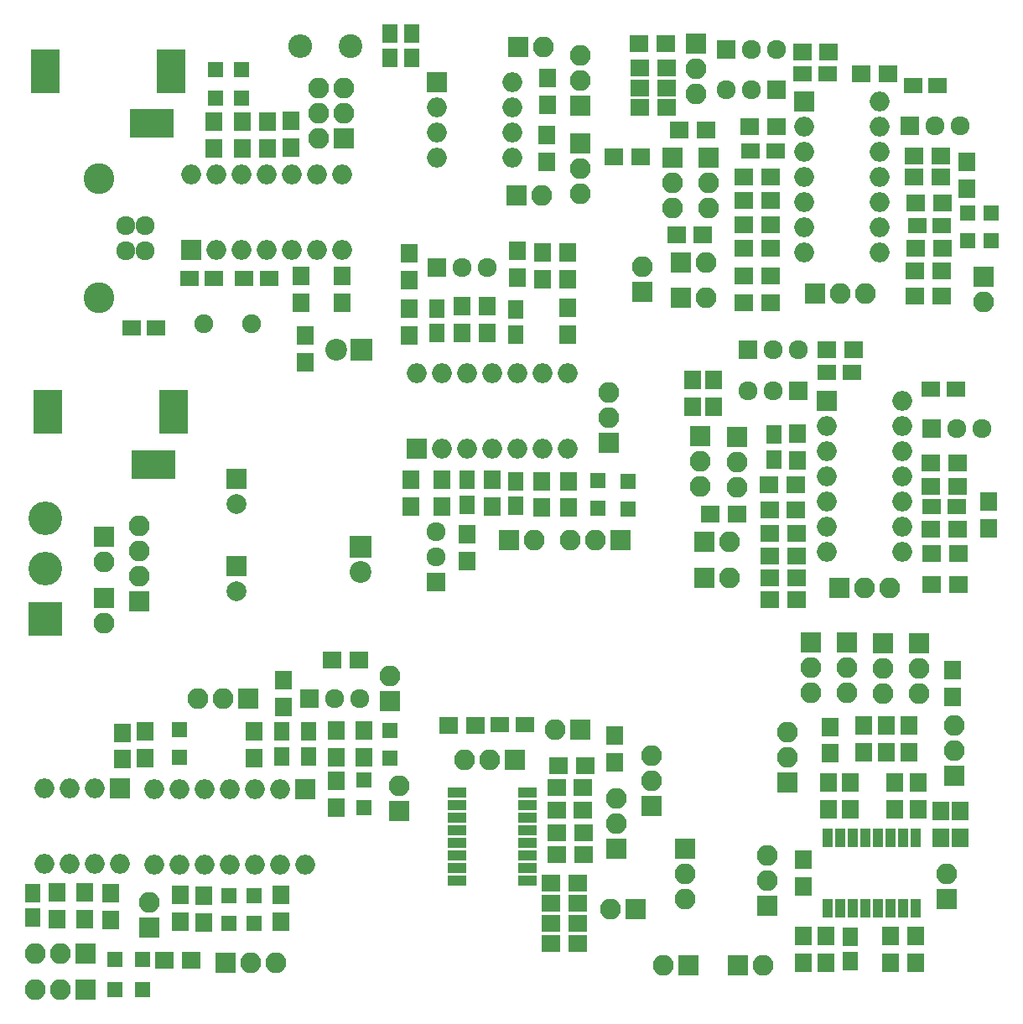
<source format=gts>
G04 #@! TF.GenerationSoftware,KiCad,Pcbnew,(5.0.0)*
G04 #@! TF.CreationDate,2018-10-21T00:29:04+08:00*
G04 #@! TF.ProjectId,SLMMK1,534C4D4D4B312E6B696361645F706362,rev?*
G04 #@! TF.SameCoordinates,Original*
G04 #@! TF.FileFunction,Soldermask,Top*
G04 #@! TF.FilePolarity,Negative*
%FSLAX46Y46*%
G04 Gerber Fmt 4.6, Leading zero omitted, Abs format (unit mm)*
G04 Created by KiCad (PCBNEW (5.0.0)) date 10/21/18 00:29:04*
%MOMM*%
%LPD*%
G01*
G04 APERTURE LIST*
%ADD10R,2.100000X2.100000*%
%ADD11O,2.100000X2.100000*%
%ADD12R,1.900000X1.700000*%
%ADD13C,2.400000*%
%ADD14O,2.400000X2.400000*%
%ADD15R,1.650000X1.900000*%
%ADD16R,1.900000X1.650000*%
%ADD17R,2.000000X2.000000*%
%ADD18C,2.000000*%
%ADD19R,1.500000X1.500000*%
%ADD20R,2.200000X2.200000*%
%ADD21C,2.200000*%
%ADD22C,1.920000*%
%ADD23C,3.100000*%
%ADD24R,2.900000X4.400000*%
%ADD25R,4.400000X2.900000*%
%ADD26R,3.400000X3.400000*%
%ADD27C,3.400000*%
%ADD28R,1.920000X1.920000*%
%ADD29R,1.700000X1.900000*%
%ADD30O,2.000000X2.000000*%
%ADD31R,1.900000X1.000000*%
%ADD32R,1.000000X1.900000*%
%ADD33C,1.900000*%
G04 APERTURE END LIST*
D10*
G04 #@! TO.C,J8*
X73900000Y-112640000D03*
D11*
X73900000Y-110100000D03*
G04 #@! TD*
D10*
G04 #@! TO.C,SW10*
X115500000Y-95600000D03*
D11*
X115500000Y-98140000D03*
X115500000Y-100680000D03*
G04 #@! TD*
D10*
G04 #@! TO.C,RV48*
X113100000Y-109740000D03*
D11*
X113100000Y-107200000D03*
X113100000Y-104660000D03*
G04 #@! TD*
D12*
G04 #@! TO.C,R75*
X127600000Y-79800000D03*
X130300000Y-79800000D03*
G04 #@! TD*
D13*
G04 #@! TO.C,L1*
X68980000Y-35400000D03*
D14*
X63900000Y-35400000D03*
G04 #@! TD*
D10*
G04 #@! TO.C,BT1*
X44100000Y-84900000D03*
D11*
X44100000Y-87440000D03*
G04 #@! TD*
D10*
G04 #@! TO.C,BT2*
X44100000Y-91100000D03*
D11*
X44100000Y-93640000D03*
G04 #@! TD*
D15*
G04 #@! TO.C,C1*
X62100000Y-104600000D03*
X62100000Y-107100000D03*
G04 #@! TD*
G04 #@! TO.C,C2*
X64800000Y-107100000D03*
X64800000Y-104600000D03*
G04 #@! TD*
G04 #@! TO.C,C3*
X36900000Y-120900000D03*
X36900000Y-123400000D03*
G04 #@! TD*
G04 #@! TO.C,C4*
X111800000Y-77100000D03*
X111800000Y-74600000D03*
G04 #@! TD*
G04 #@! TO.C,C5*
X119500000Y-125300000D03*
X119500000Y-127800000D03*
G04 #@! TD*
D16*
G04 #@! TO.C,C6*
X117100000Y-68300000D03*
X119600000Y-68300000D03*
G04 #@! TD*
G04 #@! TO.C,C7*
X114650000Y-38200000D03*
X117150000Y-38200000D03*
G04 #@! TD*
G04 #@! TO.C,C8*
X130100000Y-70000000D03*
X127600000Y-70000000D03*
G04 #@! TD*
G04 #@! TO.C,C9*
X128300000Y-39400000D03*
X125800000Y-39400000D03*
G04 #@! TD*
G04 #@! TO.C,C10*
X127700000Y-81900000D03*
X130200000Y-81900000D03*
G04 #@! TD*
G04 #@! TO.C,C11*
X109400000Y-46000000D03*
X111900000Y-46000000D03*
G04 #@! TD*
G04 #@! TO.C,C12*
X126200000Y-53500000D03*
X128700000Y-53500000D03*
G04 #@! TD*
D15*
G04 #@! TO.C,C13*
X85700000Y-79300000D03*
X85700000Y-81800000D03*
G04 #@! TD*
G04 #@! TO.C,C14*
X80800000Y-79200000D03*
X80800000Y-81700000D03*
G04 #@! TD*
G04 #@! TO.C,C15*
X85700000Y-62000000D03*
X85700000Y-64500000D03*
G04 #@! TD*
D17*
G04 #@! TO.C,C16*
X57500000Y-79100000D03*
D18*
X57500000Y-81600000D03*
G04 #@! TD*
D15*
G04 #@! TO.C,C17*
X77716000Y-64376000D03*
X77716000Y-61876000D03*
G04 #@! TD*
D17*
G04 #@! TO.C,C18*
X57500000Y-87900000D03*
D18*
X57500000Y-90400000D03*
G04 #@! TD*
D16*
G04 #@! TO.C,C19*
X49400000Y-63800000D03*
X46900000Y-63800000D03*
G04 #@! TD*
G04 #@! TO.C,C20*
X55240000Y-58856000D03*
X52740000Y-58856000D03*
G04 #@! TD*
G04 #@! TO.C,C21*
X58288000Y-58856000D03*
X60788000Y-58856000D03*
G04 #@! TD*
G04 #@! TO.C,C22*
X84100000Y-103900000D03*
X86600000Y-103900000D03*
G04 #@! TD*
D15*
G04 #@! TO.C,C23*
X73000000Y-36600000D03*
X73000000Y-34100000D03*
G04 #@! TD*
G04 #@! TO.C,C24*
X75200000Y-36600000D03*
X75200000Y-34100000D03*
G04 #@! TD*
D19*
G04 #@! TO.C,D1*
X56700000Y-121150000D03*
X56700000Y-123950000D03*
G04 #@! TD*
G04 #@! TO.C,D2*
X59250000Y-121150000D03*
X59250000Y-123950000D03*
G04 #@! TD*
G04 #@! TO.C,D3*
X45200000Y-130600000D03*
X48000000Y-130600000D03*
G04 #@! TD*
G04 #@! TO.C,D4*
X48000000Y-127600000D03*
X45200000Y-127600000D03*
G04 #@! TD*
G04 #@! TO.C,D5*
X51700000Y-104400000D03*
X51700000Y-107200000D03*
G04 #@! TD*
D20*
G04 #@! TO.C,D6*
X70000000Y-85900000D03*
D21*
X70000000Y-88440000D03*
G04 #@! TD*
D19*
G04 #@! TO.C,D7*
X73000000Y-104500000D03*
X73000000Y-107300000D03*
G04 #@! TD*
G04 #@! TO.C,D8*
X70400000Y-109500000D03*
X70400000Y-112300000D03*
G04 #@! TD*
G04 #@! TO.C,D9*
X97000000Y-79300000D03*
X97000000Y-82100000D03*
G04 #@! TD*
G04 #@! TO.C,D10*
X93942722Y-79265937D03*
X93942722Y-82065937D03*
G04 #@! TD*
G04 #@! TO.C,D11*
X133700000Y-52200000D03*
X133700000Y-55000000D03*
G04 #@! TD*
G04 #@! TO.C,D12*
X131300000Y-52200000D03*
X131300000Y-55000000D03*
G04 #@! TD*
D20*
G04 #@! TO.C,D13*
X70140000Y-66000000D03*
D21*
X67600000Y-66000000D03*
G04 #@! TD*
D19*
G04 #@! TO.C,D14*
X58000000Y-40600000D03*
X58000000Y-37800000D03*
G04 #@! TD*
G04 #@! TO.C,D15*
X55400000Y-40600000D03*
X55400000Y-37800000D03*
G04 #@! TD*
D22*
G04 #@! TO.C,J2*
X48300000Y-53530000D03*
X48300000Y-56070000D03*
X46300000Y-56070000D03*
X46300000Y-53530000D03*
D23*
X43600000Y-48800000D03*
X43600000Y-60800000D03*
G04 #@! TD*
D10*
G04 #@! TO.C,J3*
X68340000Y-44740000D03*
D11*
X65800000Y-44740000D03*
X68340000Y-42200000D03*
X65800000Y-42200000D03*
X68340000Y-39660000D03*
X65800000Y-39660000D03*
G04 #@! TD*
D24*
G04 #@! TO.C,J6*
X38400000Y-72300000D03*
D25*
X49100000Y-77600000D03*
D24*
X51100000Y-72300000D03*
G04 #@! TD*
G04 #@! TO.C,J7*
X38200000Y-37900000D03*
D25*
X48900000Y-43200000D03*
D24*
X50900000Y-37900000D03*
G04 #@! TD*
D26*
G04 #@! TO.C,J9*
X38200000Y-93180000D03*
D27*
X38200000Y-88100000D03*
X38200000Y-83020000D03*
G04 #@! TD*
D22*
G04 #@! TO.C,Q1*
X111706392Y-70166319D03*
X109166392Y-70166319D03*
D28*
X114246392Y-70166319D03*
G04 #@! TD*
D22*
G04 #@! TO.C,Q2*
X109460000Y-39800000D03*
X106920000Y-39800000D03*
D28*
X112000000Y-39800000D03*
G04 #@! TD*
D22*
G04 #@! TO.C,Q3*
X111706392Y-66062300D03*
X114246392Y-66062300D03*
D28*
X109166392Y-66062300D03*
G04 #@! TD*
D22*
G04 #@! TO.C,Q4*
X109440000Y-35700000D03*
X111980000Y-35700000D03*
D28*
X106900000Y-35700000D03*
G04 #@! TD*
D22*
G04 #@! TO.C,Q5*
X130240000Y-74000000D03*
X132780000Y-74000000D03*
D28*
X127700000Y-74000000D03*
G04 #@! TD*
D22*
G04 #@! TO.C,Q6*
X128040000Y-43400000D03*
X130580000Y-43400000D03*
D28*
X125500000Y-43400000D03*
G04 #@! TD*
D22*
G04 #@! TO.C,Q7*
X80256000Y-57772000D03*
X82796000Y-57772000D03*
D28*
X77716000Y-57772000D03*
G04 #@! TD*
D22*
G04 #@! TO.C,Q8*
X67387001Y-101275001D03*
X69927001Y-101275001D03*
D28*
X64847001Y-101275001D03*
G04 #@! TD*
D22*
G04 #@! TO.C,Q9*
X77600000Y-86960000D03*
X77600000Y-84420000D03*
D28*
X77600000Y-89500000D03*
G04 #@! TD*
D29*
G04 #@! TO.C,R1*
X67600000Y-104500000D03*
X67600000Y-107200000D03*
G04 #@! TD*
D12*
G04 #@! TO.C,R2*
X69850000Y-97400000D03*
X67150000Y-97400000D03*
G04 #@! TD*
D29*
G04 #@! TO.C,R3*
X67600000Y-109600000D03*
X67600000Y-112300000D03*
G04 #@! TD*
G04 #@! TO.C,R4*
X62200000Y-99400000D03*
X62200000Y-102100000D03*
G04 #@! TD*
G04 #@! TO.C,R5*
X51800000Y-121050000D03*
X51800000Y-123750000D03*
G04 #@! TD*
D12*
G04 #@! TO.C,R6*
X52900000Y-127700000D03*
X50200000Y-127700000D03*
G04 #@! TD*
D29*
G04 #@! TO.C,R7*
X42200000Y-120800000D03*
X42200000Y-123500000D03*
G04 #@! TD*
G04 #@! TO.C,R8*
X54200000Y-121150000D03*
X54200000Y-123850000D03*
G04 #@! TD*
G04 #@! TO.C,R9*
X62000000Y-121050000D03*
X62000000Y-123750000D03*
G04 #@! TD*
G04 #@! TO.C,R10*
X80800000Y-84700000D03*
X80800000Y-87400000D03*
G04 #@! TD*
G04 #@! TO.C,R11*
X75100000Y-79200000D03*
X75100000Y-81900000D03*
G04 #@! TD*
G04 #@! TO.C,R12*
X39400000Y-123500000D03*
X39400000Y-120800000D03*
G04 #@! TD*
G04 #@! TO.C,R13*
X59300000Y-104600000D03*
X59300000Y-107300000D03*
G04 #@! TD*
G04 #@! TO.C,R14*
X44800000Y-123600000D03*
X44800000Y-120900000D03*
G04 #@! TD*
D12*
G04 #@! TO.C,R15*
X127700000Y-89710000D03*
X130400000Y-89710000D03*
G04 #@! TD*
G04 #@! TO.C,R16*
X89210371Y-123923797D03*
X91910371Y-123923797D03*
G04 #@! TD*
G04 #@! TO.C,R17*
X89210371Y-126023797D03*
X91910371Y-126023797D03*
G04 #@! TD*
G04 #@! TO.C,R18*
X89210371Y-119923797D03*
X91910371Y-119923797D03*
G04 #@! TD*
G04 #@! TO.C,R19*
X126000000Y-60600000D03*
X128700000Y-60600000D03*
G04 #@! TD*
G04 #@! TO.C,R20*
X89210371Y-121923797D03*
X91910371Y-121923797D03*
G04 #@! TD*
G04 #@! TO.C,R21*
X89810371Y-114823797D03*
X92510371Y-114823797D03*
G04 #@! TD*
G04 #@! TO.C,R22*
X92510371Y-117023797D03*
X89810371Y-117023797D03*
G04 #@! TD*
G04 #@! TO.C,R23*
X78909695Y-103972987D03*
X81609695Y-103972987D03*
G04 #@! TD*
G04 #@! TO.C,R24*
X92500000Y-110223797D03*
X89800000Y-110223797D03*
G04 #@! TD*
G04 #@! TO.C,R25*
X89800000Y-112523797D03*
X92500000Y-112523797D03*
G04 #@! TD*
G04 #@! TO.C,R26*
X92710371Y-108023797D03*
X90010371Y-108023797D03*
G04 #@! TD*
D29*
G04 #@! TO.C,R27*
X64400000Y-67300000D03*
X64400000Y-64600000D03*
G04 #@! TD*
G04 #@! TO.C,R28*
X126100000Y-125200000D03*
X126100000Y-127900000D03*
G04 #@! TD*
G04 #@! TO.C,R29*
X64000000Y-61300000D03*
X64000000Y-58600000D03*
G04 #@! TD*
G04 #@! TO.C,R30*
X120800000Y-106700000D03*
X120800000Y-104000000D03*
G04 #@! TD*
G04 #@! TO.C,R31*
X128600000Y-112650000D03*
X128600000Y-115350000D03*
G04 #@! TD*
G04 #@! TO.C,R32*
X130600000Y-112650000D03*
X130600000Y-115350000D03*
G04 #@! TD*
G04 #@! TO.C,R33*
X123100000Y-106700000D03*
X123100000Y-104000000D03*
G04 #@! TD*
G04 #@! TO.C,R34*
X123950000Y-109700000D03*
X123950000Y-112400000D03*
G04 #@! TD*
G04 #@! TO.C,R35*
X123500000Y-127900000D03*
X123500000Y-125200000D03*
G04 #@! TD*
G04 #@! TO.C,R36*
X126300000Y-112400000D03*
X126300000Y-109700000D03*
G04 #@! TD*
G04 #@! TO.C,R37*
X55200000Y-43000000D03*
X55200000Y-45700000D03*
G04 #@! TD*
G04 #@! TO.C,R38*
X58100000Y-43000000D03*
X58100000Y-45700000D03*
G04 #@! TD*
G04 #@! TO.C,R39*
X125400000Y-106700000D03*
X125400000Y-104000000D03*
G04 #@! TD*
G04 #@! TO.C,R40*
X114700000Y-120200000D03*
X114700000Y-117500000D03*
G04 #@! TD*
G04 #@! TO.C,R41*
X129800000Y-98400000D03*
X129800000Y-101100000D03*
G04 #@! TD*
G04 #@! TO.C,R42*
X117300000Y-109700000D03*
X117300000Y-112400000D03*
G04 #@! TD*
G04 #@! TO.C,R43*
X60600000Y-43000000D03*
X60600000Y-45700000D03*
G04 #@! TD*
G04 #@! TO.C,R44*
X88900000Y-41300000D03*
X88900000Y-38600000D03*
G04 #@! TD*
G04 #@! TO.C,R45*
X114700000Y-125200000D03*
X114700000Y-127900000D03*
G04 #@! TD*
G04 #@! TO.C,R46*
X119500000Y-112450000D03*
X119500000Y-109750000D03*
G04 #@! TD*
G04 #@! TO.C,R47*
X117400000Y-106800000D03*
X117400000Y-104100000D03*
G04 #@! TD*
G04 #@! TO.C,R48*
X88800000Y-47100000D03*
X88800000Y-44400000D03*
G04 #@! TD*
G04 #@! TO.C,R49*
X117000000Y-125200000D03*
X117000000Y-127900000D03*
G04 #@! TD*
G04 #@! TO.C,R50*
X103540000Y-69120000D03*
X103540000Y-71820000D03*
G04 #@! TD*
G04 #@! TO.C,R51*
X68200000Y-61300000D03*
X68200000Y-58600000D03*
G04 #@! TD*
D12*
G04 #@! TO.C,R52*
X95600000Y-46600000D03*
X98300000Y-46600000D03*
G04 #@! TD*
D29*
G04 #@! TO.C,R53*
X63000000Y-42900000D03*
X63000000Y-45600000D03*
G04 #@! TD*
D12*
G04 #@! TO.C,R54*
X114000000Y-82200000D03*
X111300000Y-82200000D03*
G04 #@! TD*
D29*
G04 #@! TO.C,R56*
X114100000Y-77200000D03*
X114100000Y-74500000D03*
G04 #@! TD*
D12*
G04 #@! TO.C,R57*
X111400000Y-51000000D03*
X108700000Y-51000000D03*
G04 #@! TD*
G04 #@! TO.C,R59*
X109300000Y-43500000D03*
X112000000Y-43500000D03*
G04 #@! TD*
G04 #@! TO.C,R60*
X114070000Y-89080000D03*
X111370000Y-89080000D03*
G04 #@! TD*
G04 #@! TO.C,R61*
X111400000Y-55800000D03*
X108700000Y-55800000D03*
G04 #@! TD*
G04 #@! TO.C,R62*
X111370000Y-91280000D03*
X114070000Y-91280000D03*
G04 #@! TD*
G04 #@! TO.C,R63*
X108700000Y-61300000D03*
X111400000Y-61300000D03*
G04 #@! TD*
G04 #@! TO.C,R64*
X117100000Y-66000000D03*
X119800000Y-66000000D03*
G04 #@! TD*
G04 #@! TO.C,R65*
X114600000Y-36000000D03*
X117300000Y-36000000D03*
G04 #@! TD*
G04 #@! TO.C,R66*
X130300000Y-84200000D03*
X127600000Y-84200000D03*
G04 #@! TD*
G04 #@! TO.C,R67*
X126100000Y-55800000D03*
X128800000Y-55800000D03*
G04 #@! TD*
D29*
G04 #@! TO.C,R68*
X133400000Y-81400000D03*
X133400000Y-84100000D03*
G04 #@! TD*
D12*
G04 #@! TO.C,R69*
X128700000Y-58100000D03*
X126000000Y-58100000D03*
G04 #@! TD*
G04 #@! TO.C,R70*
X127700000Y-86600000D03*
X130400000Y-86600000D03*
G04 #@! TD*
D29*
G04 #@! TO.C,R72*
X131200000Y-47100000D03*
X131200000Y-49800000D03*
G04 #@! TD*
D12*
G04 #@! TO.C,R73*
X130300000Y-77500000D03*
X127600000Y-77500000D03*
G04 #@! TD*
G04 #@! TO.C,R74*
X128800000Y-51200000D03*
X126100000Y-51200000D03*
G04 #@! TD*
G04 #@! TO.C,R76*
X125900000Y-46500000D03*
X128600000Y-46500000D03*
G04 #@! TD*
G04 #@! TO.C,R77*
X114060000Y-84560000D03*
X111360000Y-84560000D03*
G04 #@! TD*
G04 #@! TO.C,R78*
X111400000Y-53400000D03*
X108700000Y-53400000D03*
G04 #@! TD*
G04 #@! TO.C,R79*
X123300000Y-38200000D03*
X120600000Y-38200000D03*
G04 #@! TD*
D29*
G04 #@! TO.C,R80*
X46000000Y-107400000D03*
X46000000Y-104700000D03*
G04 #@! TD*
G04 #@! TO.C,R81*
X48300000Y-104600000D03*
X48300000Y-107300000D03*
G04 #@! TD*
D12*
G04 #@! TO.C,R82*
X114070000Y-86880000D03*
X111370000Y-86880000D03*
G04 #@! TD*
G04 #@! TO.C,R83*
X111400000Y-58600000D03*
X108700000Y-58600000D03*
G04 #@! TD*
G04 #@! TO.C,R84*
X98100000Y-35100000D03*
X100800000Y-35100000D03*
G04 #@! TD*
G04 #@! TO.C,R86*
X100900000Y-37600000D03*
X98200000Y-37600000D03*
G04 #@! TD*
G04 #@! TO.C,R87*
X98200000Y-39600000D03*
X100900000Y-39600000D03*
G04 #@! TD*
D29*
G04 #@! TO.C,R88*
X78200000Y-79200000D03*
X78200000Y-81900000D03*
G04 #@! TD*
G04 #@! TO.C,R89*
X91042722Y-79300000D03*
X91042722Y-82000000D03*
G04 #@! TD*
G04 #@! TO.C,R91*
X83300000Y-79200000D03*
X83300000Y-81900000D03*
G04 #@! TD*
G04 #@! TO.C,R93*
X88300000Y-79300000D03*
X88300000Y-82000000D03*
G04 #@! TD*
G04 #@! TO.C,R94*
X95710371Y-107723797D03*
X95710371Y-105023797D03*
G04 #@! TD*
G04 #@! TO.C,R95*
X82796000Y-64376000D03*
X82796000Y-61676000D03*
G04 #@! TD*
G04 #@! TO.C,R96*
X85844000Y-56088000D03*
X85844000Y-58788000D03*
G04 #@! TD*
G04 #@! TO.C,R97*
X88384000Y-58948000D03*
X88384000Y-56248000D03*
G04 #@! TD*
G04 #@! TO.C,R98*
X90924000Y-58948000D03*
X90924000Y-56248000D03*
G04 #@! TD*
G04 #@! TO.C,R99*
X80256000Y-64376000D03*
X80256000Y-61676000D03*
G04 #@! TD*
G04 #@! TO.C,R100*
X90924000Y-64536000D03*
X90924000Y-61836000D03*
G04 #@! TD*
G04 #@! TO.C,R101*
X74969591Y-64607715D03*
X74969591Y-61907715D03*
G04 #@! TD*
G04 #@! TO.C,R102*
X74969591Y-59019715D03*
X74969591Y-56319715D03*
G04 #@! TD*
D12*
G04 #@! TO.C,R104*
X100900000Y-41600000D03*
X98200000Y-41600000D03*
G04 #@! TD*
D29*
G04 #@! TO.C,R199*
X70400000Y-107200000D03*
X70400000Y-104500000D03*
G04 #@! TD*
D12*
G04 #@! TO.C,R201*
X108000000Y-82600000D03*
X105300000Y-82600000D03*
G04 #@! TD*
D29*
G04 #@! TO.C,R203*
X105690000Y-69110000D03*
X105690000Y-71810000D03*
G04 #@! TD*
D12*
G04 #@! TO.C,R204*
X104600000Y-54400000D03*
X101900000Y-54400000D03*
G04 #@! TD*
G04 #@! TO.C,R206*
X102200000Y-43900000D03*
X104900000Y-43900000D03*
G04 #@! TD*
G04 #@! TO.C,R207*
X113970000Y-79670000D03*
X111270000Y-79670000D03*
G04 #@! TD*
G04 #@! TO.C,R208*
X111400000Y-48600000D03*
X108700000Y-48600000D03*
G04 #@! TD*
G04 #@! TO.C,R225*
X128600000Y-48600000D03*
X125900000Y-48600000D03*
G04 #@! TD*
D10*
G04 #@! TO.C,RV1*
X118360000Y-90100000D03*
D11*
X120900000Y-90100000D03*
X123440000Y-90100000D03*
G04 #@! TD*
D10*
G04 #@! TO.C,RV2*
X115900000Y-60400000D03*
D11*
X118440000Y-60400000D03*
X120980000Y-60400000D03*
G04 #@! TD*
D10*
G04 #@! TO.C,RV10*
X42254999Y-130600000D03*
D11*
X39714999Y-130600000D03*
X37174999Y-130600000D03*
G04 #@! TD*
D10*
G04 #@! TO.C,RV11*
X42254999Y-127000000D03*
D11*
X39714999Y-127000000D03*
X37174999Y-127000000D03*
G04 #@! TD*
D10*
G04 #@! TO.C,RV15*
X58700000Y-101300000D03*
D11*
X56160000Y-101300000D03*
X53620000Y-101300000D03*
G04 #@! TD*
D10*
G04 #@! TO.C,RV19*
X102800000Y-116460000D03*
D11*
X102800000Y-119000000D03*
X102800000Y-121540000D03*
G04 #@! TD*
D10*
G04 #@! TO.C,RV27*
X85610371Y-107423797D03*
D11*
X83070371Y-107423797D03*
X80530371Y-107423797D03*
G04 #@! TD*
D10*
G04 #@! TO.C,RV29*
X119100000Y-95600000D03*
D11*
X119100000Y-98140000D03*
X119100000Y-100680000D03*
G04 #@! TD*
D10*
G04 #@! TO.C,RV37*
X130000000Y-109080000D03*
D11*
X130000000Y-106540000D03*
X130000000Y-104000000D03*
G04 #@! TD*
D10*
G04 #@! TO.C,RV38*
X122737001Y-95635001D03*
D11*
X122737001Y-98175001D03*
X122737001Y-100715001D03*
G04 #@! TD*
D10*
G04 #@! TO.C,RV44*
X126387001Y-95635001D03*
D11*
X126387001Y-98175001D03*
X126387001Y-100715001D03*
G04 #@! TD*
D10*
G04 #@! TO.C,RV55*
X104300000Y-74800000D03*
D11*
X104300000Y-77340000D03*
X104300000Y-79880000D03*
G04 #@! TD*
D10*
G04 #@! TO.C,RV58*
X101500000Y-46620000D03*
D11*
X101500000Y-49160000D03*
X101500000Y-51700000D03*
G04 #@! TD*
D10*
G04 #@! TO.C,RV85*
X103900000Y-35100000D03*
D11*
X103900000Y-37640000D03*
X103900000Y-40180000D03*
G04 #@! TD*
D10*
G04 #@! TO.C,RV90*
X95810371Y-116403797D03*
D11*
X95810371Y-113863797D03*
X95810371Y-111323797D03*
G04 #@! TD*
D10*
G04 #@! TO.C,RV92*
X99410371Y-112123797D03*
D11*
X99410371Y-109583797D03*
X99410371Y-107043797D03*
G04 #@! TD*
D10*
G04 #@! TO.C,RV202*
X108000000Y-74820000D03*
D11*
X108000000Y-77360000D03*
X108000000Y-79900000D03*
G04 #@! TD*
D10*
G04 #@! TO.C,RV205*
X105200000Y-46620000D03*
D11*
X105200000Y-49160000D03*
X105200000Y-51700000D03*
G04 #@! TD*
D10*
G04 #@! TO.C,SW1*
X73000000Y-101500000D03*
D11*
X73000000Y-98960000D03*
G04 #@! TD*
D10*
G04 #@! TO.C,SW2*
X48700000Y-124400000D03*
D11*
X48700000Y-121860000D03*
G04 #@! TD*
D10*
G04 #@! TO.C,SW3*
X56400000Y-127900000D03*
D11*
X58940000Y-127900000D03*
X61480000Y-127900000D03*
G04 #@! TD*
D10*
G04 #@! TO.C,SW4*
X103100000Y-128200000D03*
D11*
X100560000Y-128200000D03*
G04 #@! TD*
D10*
G04 #@! TO.C,SW5*
X97800000Y-122500000D03*
D11*
X95260000Y-122500000D03*
G04 #@! TD*
D10*
G04 #@! TO.C,SW6*
X111100000Y-122200000D03*
D11*
X111100000Y-119660000D03*
X111100000Y-117120000D03*
G04 #@! TD*
D10*
G04 #@! TO.C,SW7*
X108100000Y-128200000D03*
D11*
X110640000Y-128200000D03*
G04 #@! TD*
D10*
G04 #@! TO.C,SW8*
X129200000Y-121500000D03*
D11*
X129200000Y-118960000D03*
G04 #@! TD*
D10*
G04 #@! TO.C,SW9*
X132900000Y-58700000D03*
D11*
X132900000Y-61240000D03*
G04 #@! TD*
D10*
G04 #@! TO.C,SW11*
X104760000Y-85400000D03*
D11*
X107300000Y-85400000D03*
G04 #@! TD*
D10*
G04 #@! TO.C,SW12*
X102360000Y-57200000D03*
D11*
X104900000Y-57200000D03*
G04 #@! TD*
D10*
G04 #@! TO.C,SW13*
X104760000Y-89050000D03*
D11*
X107300000Y-89050000D03*
G04 #@! TD*
D10*
G04 #@! TO.C,SW14*
X102382767Y-60800000D03*
D11*
X104922767Y-60800000D03*
G04 #@! TD*
D10*
G04 #@! TO.C,SW15*
X98500000Y-60200000D03*
D11*
X98500000Y-57660000D03*
G04 #@! TD*
D10*
G04 #@! TO.C,SW16*
X95100000Y-75480000D03*
D11*
X95100000Y-72940000D03*
X95100000Y-70400000D03*
G04 #@! TD*
D10*
G04 #@! TO.C,SW17*
X85000000Y-85300000D03*
D11*
X87540000Y-85300000D03*
G04 #@! TD*
D10*
G04 #@! TO.C,SW18*
X96300000Y-85300000D03*
D11*
X93760000Y-85300000D03*
X91220000Y-85300000D03*
G04 #@! TD*
D10*
G04 #@! TO.C,SW19*
X47700000Y-91480000D03*
D11*
X47700000Y-88940000D03*
X47700000Y-86400000D03*
X47700000Y-83860000D03*
G04 #@! TD*
D10*
G04 #@! TO.C,SW20*
X92200000Y-41440000D03*
D11*
X92200000Y-38900000D03*
X92200000Y-36360000D03*
G04 #@! TD*
D10*
G04 #@! TO.C,SW21*
X92200000Y-45200000D03*
D11*
X92200000Y-47740000D03*
X92200000Y-50280000D03*
G04 #@! TD*
D17*
G04 #@! TO.C,U1*
X64400000Y-110400000D03*
D30*
X49160000Y-118020000D03*
X61860000Y-110400000D03*
X51700000Y-118020000D03*
X59320000Y-110400000D03*
X54240000Y-118020000D03*
X56780000Y-110400000D03*
X56780000Y-118020000D03*
X54240000Y-110400000D03*
X59320000Y-118020000D03*
X51700000Y-110400000D03*
X61860000Y-118020000D03*
X49160000Y-110400000D03*
X64400000Y-118020000D03*
G04 #@! TD*
D17*
G04 #@! TO.C,U2*
X45720000Y-110300000D03*
D30*
X38100000Y-117920000D03*
X43180000Y-110300000D03*
X40640000Y-117920000D03*
X40640000Y-110300000D03*
X43180000Y-117920000D03*
X38100000Y-110300000D03*
X45720000Y-117920000D03*
G04 #@! TD*
D31*
G04 #@! TO.C,U3*
X86863370Y-119623796D03*
X86863370Y-118353796D03*
X86863370Y-117083796D03*
X86863370Y-115813796D03*
X86863370Y-114543796D03*
X86863370Y-113273796D03*
X86863370Y-112003796D03*
X86863370Y-110733796D03*
X79763370Y-110733796D03*
X79763370Y-112003796D03*
X79763370Y-113273796D03*
X79763370Y-114543796D03*
X79763370Y-115813796D03*
X79763370Y-117083796D03*
X79763370Y-118353796D03*
X79763370Y-119623796D03*
G04 #@! TD*
D32*
G04 #@! TO.C,U4*
X126059999Y-115337001D03*
X124789999Y-115337001D03*
X123519999Y-115337001D03*
X122249999Y-115337001D03*
X120979999Y-115337001D03*
X119709999Y-115337001D03*
X118439999Y-115337001D03*
X117169999Y-115337001D03*
X117169999Y-122437001D03*
X118439999Y-122437001D03*
X119709999Y-122437001D03*
X120979999Y-122437001D03*
X122249999Y-122437001D03*
X123519999Y-122437001D03*
X124789999Y-122437001D03*
X126059999Y-122437001D03*
G04 #@! TD*
D17*
G04 #@! TO.C,U5*
X117100000Y-71200000D03*
D30*
X124720000Y-86440000D03*
X117100000Y-73740000D03*
X124720000Y-83900000D03*
X117100000Y-76280000D03*
X124720000Y-81360000D03*
X117100000Y-78820000D03*
X124720000Y-78820000D03*
X117100000Y-81360000D03*
X124720000Y-76280000D03*
X117100000Y-83900000D03*
X124720000Y-73740000D03*
X117100000Y-86440000D03*
X124720000Y-71200000D03*
G04 #@! TD*
D17*
G04 #@! TO.C,U6*
X114800000Y-41000000D03*
D30*
X122420000Y-56240000D03*
X114800000Y-43540000D03*
X122420000Y-53700000D03*
X114800000Y-46080000D03*
X122420000Y-51160000D03*
X114800000Y-48620000D03*
X122420000Y-48620000D03*
X114800000Y-51160000D03*
X122420000Y-46080000D03*
X114800000Y-53700000D03*
X122420000Y-43540000D03*
X114800000Y-56240000D03*
X122420000Y-41000000D03*
G04 #@! TD*
D17*
G04 #@! TO.C,U7*
X75684000Y-76060000D03*
D30*
X90924000Y-68440000D03*
X78224000Y-76060000D03*
X88384000Y-68440000D03*
X80764000Y-76060000D03*
X85844000Y-68440000D03*
X83304000Y-76060000D03*
X83304000Y-68440000D03*
X85844000Y-76060000D03*
X80764000Y-68440000D03*
X88384000Y-76060000D03*
X78224000Y-68440000D03*
X90924000Y-76060000D03*
X75684000Y-68440000D03*
G04 #@! TD*
D17*
G04 #@! TO.C,U8*
X52895001Y-55952999D03*
D30*
X68135001Y-48332999D03*
X55435001Y-55952999D03*
X65595001Y-48332999D03*
X57975001Y-55952999D03*
X63055001Y-48332999D03*
X60515001Y-55952999D03*
X60515001Y-48332999D03*
X63055001Y-55952999D03*
X57975001Y-48332999D03*
X65595001Y-55952999D03*
X55435001Y-48332999D03*
X68135001Y-55952999D03*
X52895001Y-48332999D03*
G04 #@! TD*
D17*
G04 #@! TO.C,U9*
X77742591Y-39017435D03*
D30*
X85362591Y-46637435D03*
X77742591Y-41557435D03*
X85362591Y-44097435D03*
X77742591Y-44097435D03*
X85362591Y-41557435D03*
X77742591Y-46637435D03*
X85362591Y-39017435D03*
G04 #@! TD*
D33*
G04 #@! TO.C,Y1*
X54170000Y-63428000D03*
X59050000Y-63428000D03*
G04 #@! TD*
D11*
G04 #@! TO.C,J1*
X89660000Y-104400000D03*
D10*
X92200000Y-104400000D03*
G04 #@! TD*
D11*
G04 #@! TO.C,J4*
X88500000Y-35500000D03*
D10*
X85960000Y-35500000D03*
G04 #@! TD*
G04 #@! TO.C,J5*
X85800000Y-50500000D03*
D11*
X88340000Y-50500000D03*
G04 #@! TD*
M02*

</source>
